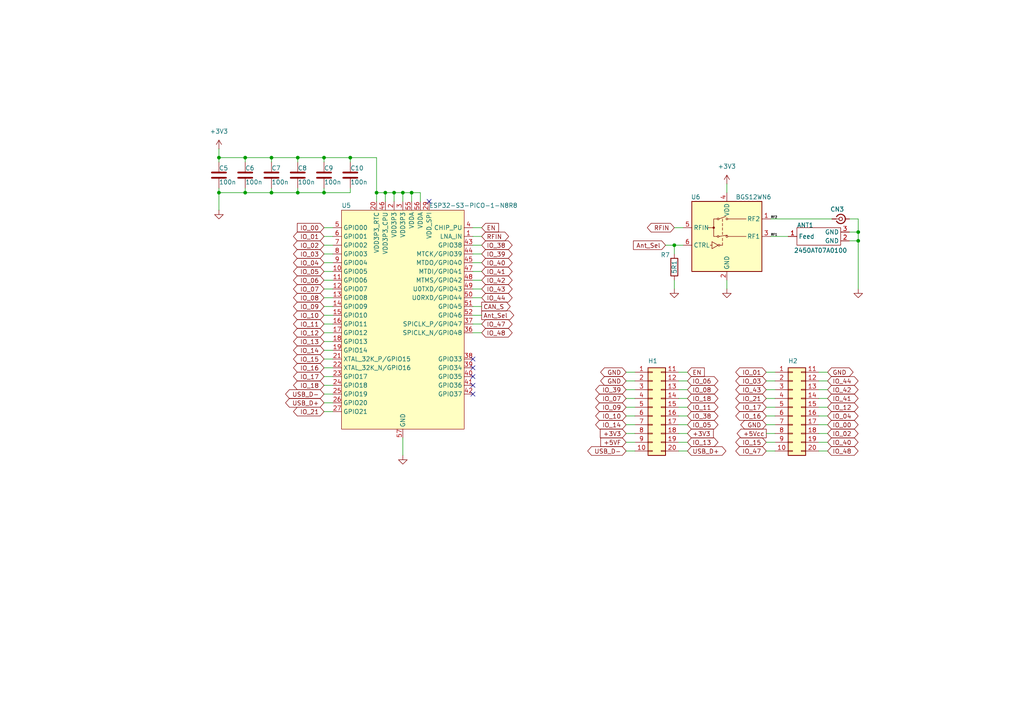
<source format=kicad_sch>
(kicad_sch (version 20250114) (generator "eeschema") (generator_version "9.0")
  (paper "A4")
  (lib_symbols
    (symbol "Conn_02x10_Top_Bottom_MountingPin_1" (pin_names (offset 0) (hide yes))
      (property "Reference" "H2" (at -2.54 13.97 0))
      (symbol "Conn_02x10_Top_Bottom_MountingPin_1_1_1"
        (rectangle (start -2.54 12.7) (end 2.54 -12.7) (stroke (width 0.254)) (fill (type background)))
        (rectangle (start -2.54 11.557) (end -1.27 11.303) (stroke (width 0.1524)))
        (rectangle (start -2.54 9.017) (end -1.27 8.763) (stroke (width 0.1524)))
        (rectangle (start -2.54 6.477) (end -1.27 6.223) (stroke (width 0.1524)))
        (rectangle (start -2.54 3.937) (end -1.27 3.683) (stroke (width 0.1524)))
        (rectangle (start -2.54 1.397) (end -1.27 1.143) (stroke (width 0.1524)))
        (rectangle (start -2.54 -1.143) (end -1.27 -1.397) (stroke (width 0.1524)))
        (rectangle (start -2.54 -3.683) (end -1.27 -3.937) (stroke (width 0.1524)))
        (rectangle (start -2.54 -6.223) (end -1.27 -6.477) (stroke (width 0.1524)))
        (rectangle (start -2.54 -8.763) (end -1.27 -9.017) (stroke (width 0.1524)))
        (rectangle (start -2.54 -11.303) (end -1.27 -11.557) (stroke (width 0.1524)))
        (rectangle (start 2.54 11.557) (end 1.27 11.303) (stroke (width 0.1524)))
        (rectangle (start 2.54 9.017) (end 1.27 8.763) (stroke (width 0.1524)))
        (rectangle (start 2.54 6.477) (end 1.27 6.223) (stroke (width 0.1524)))
        (rectangle (start 2.54 3.937) (end 1.27 3.683) (stroke (width 0.1524)))
        (rectangle (start 2.54 1.397) (end 1.27 1.143) (stroke (width 0.1524)))
        (rectangle (start 2.54 -1.143) (end 1.27 -1.397) (stroke (width 0.1524)))
        (rectangle (start 2.54 -3.683) (end 1.27 -3.937) (stroke (width 0.1524)))
        (rectangle (start 2.54 -6.223) (end 1.27 -6.477) (stroke (width 0.1524)))
        (rectangle (start 2.54 -8.763) (end 1.27 -9.017) (stroke (width 0.1524)))
        (rectangle (start 2.54 -11.303) (end 1.27 -11.557) (stroke (width 0.1524)))
        (pin passive line (at -6.35 11.43 0) (length 3.81) (name "Pin_1") (number "1"))
        (pin passive line (at -6.35 8.89 0) (length 3.81) (name "Pin_2") (number "2"))
        (pin passive line (at -6.35 6.35 0) (length 3.81) (name "Pin_3") (number "3"))
        (pin passive line (at -6.35 3.81 0) (length 3.81) (name "Pin_4") (number "4"))
        (pin passive line (at -6.35 1.27 0) (length 3.81) (name "Pin_5") (number "5"))
        (pin passive line (at -6.35 -1.27 0) (length 3.81) (name "Pin_6") (number "6"))
        (pin power_out line (at -6.35 -3.81 0) (length 3.81) (name "Pin_7") (number "7"))
        (pin power_out line (at -6.35 -6.35 0) (length 3.81) (name "Pin_8") (number "8"))
        (pin passive line (at -6.35 -8.89 0) (length 3.81) (name "Pin_9") (number "9"))
        (pin passive line (at -6.35 -11.43 0) (length 3.81) (name "Pin_10") (number "10"))
        (pin passive line (at 6.35 11.43 180) (length 3.81) (name "Pin_11") (number "11"))
        (pin passive line (at 6.35 8.89 180) (length 3.81) (name "Pin_12") (number "12"))
        (pin passive line (at 6.35 6.35 180) (length 3.81) (name "Pin_13") (number "13"))
        (pin passive line (at 6.35 3.81 180) (length 3.81) (name "Pin_14") (number "14"))
        (pin passive line (at 6.35 1.27 180) (length 3.81) (name "Pin_15") (number "15"))
        (pin passive line (at 6.35 -1.27 180) (length 3.81) (name "Pin_16") (number "16"))
        (pin passive line (at 6.35 -3.81 180) (length 3.81) (name "Pin_17") (number "17"))
        (pin passive line (at 6.35 -6.35 180) (length 3.81) (name "Pin_18") (number "18"))
        (pin passive line (at 6.35 -8.89 180) (length 3.81) (name "Pin_19") (number "19"))
        (pin passive line (at 6.35 -11.43 180) (length 3.81) (name "Pin_20") (number "20"))
      )
    )
    (symbol "Connector:Conn_Coaxial_Small" (pin_numbers (hide yes)) (pin_names (offset 1.016) (hide yes))
      (property "Reference" "J" (at 0.254 3.048 0))
      (property "Value" "Conn_Coaxial_Small" (at 0 -3.81 0))
      (symbol "Conn_Coaxial_Small_0_1"
        (polyline (pts (xy -2.54 0) (xy -0.508 0)))
        (circle (center 0 0) (radius 0.508) (stroke (width 0.2032)))
      )
      (symbol "Conn_Coaxial_Small_1_1"
        (arc (start 1.3484 0.0039) (mid 0.327 -1.308) (end -1.1916 -0.6311) (stroke (width 0.3048)))
        (arc (start -1.1916 0.6311) (mid 0.327 1.3081) (end 1.3484 -0.0039) (stroke (width 0.3048)))
        (pin passive line (at -2.54 0 0) (length 1.27) (name "In") (number "1"))
        (pin passive line (at 2.54 0 180) (length 1.27) (name "Ext") (number "2"))
      )
    )
    (symbol "Device:C" (pin_numbers (hide yes)) (pin_names (offset 0.254))
      (property "Reference" "C" (at 0.635 2.54 0))
      (property "Value" "C" (at 0.635 -2.54 0))
      (symbol "C_0_1"
        (polyline (pts (xy -2.032 0.762) (xy 2.032 0.762)) (stroke (width 0.508)))
        (polyline (pts (xy -2.032 -0.762) (xy 2.032 -0.762)) (stroke (width 0.508)))
      )
      (symbol "C_1_1"
        (pin passive line (at 0 3.81 270) (length 2.794) (name "~") (number "1"))
        (pin passive line (at 0 -3.81 90) (length 2.794) (name "~") (number "2"))
      )
    )
    (symbol "Device:R" (pin_numbers (hide yes)) (pin_names (offset 0))
      (property "Reference" "R" (at 2.032 0 90))
      (property "Value" "R" (at 0 0 90))
      (symbol "R_0_1"
        (rectangle (start -1.016 -2.54) (end 1.016 2.54) (stroke (width 0.254)))
      )
      (symbol "R_1_1"
        (pin passive line (at 0 3.81 270) (length 1.27) (name "~") (number "1"))
        (pin passive line (at 0 -3.81 90) (length 1.27) (name "~") (number "2"))
      )
    )
    (symbol "PersonalSchematicSymbolLibrary:2450AT07A0100"
      (property "Reference" "ANT1" (at 0 0 0))
      (property "Value" "2450AT07A0100" (at 6.858 -6.604 0))
      (symbol "2450AT07A0100_0_0"
        (pin bidirectional line (at -2.54 -2.54 0) (length 2.54) (name "Feed") (number "1"))
      )
      (symbol "2450AT07A0100_0_1"
        (rectangle (start 0 0) (end 12.7 -5.08))
      )
      (symbol "2450AT07A0100_1_0"
        (pin bidirectional line (at -2.54 -2.54 0) (length 2.54) (hide yes) (name "Feed") (number "4"))
        (pin power_in line (at 15.24 -1.27 180) (length 2.54) (name "GND") (number "3"))
        (pin power_in line (at 15.24 -3.81 180) (length 2.54) (name "GND") (number "2"))
      )
    )
    (symbol "PersonalSchematicSymbolLibrary:Conn_02x10_Top_Bottom_MountingPin" (pin_names (offset 0) (hide yes))
      (property "Reference" "H" (at 0 13.97 0))
      (symbol "Conn_02x10_Top_Bottom_MountingPin_1_1"
        (rectangle (start -2.54 12.7) (end 2.54 -12.7) (stroke (width 0.254)) (fill (type background)))
        (rectangle (start -2.54 11.557) (end -1.27 11.303) (stroke (width 0.1524)))
        (rectangle (start -2.54 9.017) (end -1.27 8.763) (stroke (width 0.1524)))
        (rectangle (start -2.54 6.477) (end -1.27 6.223) (stroke (width 0.1524)))
        (rectangle (start -2.54 3.937) (end -1.27 3.683) (stroke (width 0.1524)))
        (rectangle (start -2.54 1.397) (end -1.27 1.143) (stroke (width 0.1524)))
        (rectangle (start -2.54 -1.143) (end -1.27 -1.397) (stroke (width 0.1524)))
        (rectangle (start -2.54 -3.683) (end -1.27 -3.937) (stroke (width 0.1524)))
        (rectangle (start -2.54 -6.223) (end -1.27 -6.477) (stroke (width 0.1524)))
        (rectangle (start -2.54 -8.763) (end -1.27 -9.017) (stroke (width 0.1524)))
        (rectangle (start -2.54 -11.303) (end -1.27 -11.557) (stroke (width 0.1524)))
        (rectangle (start 2.54 11.557) (end 1.27 11.303) (stroke (width 0.1524)))
        (rectangle (start 2.54 9.017) (end 1.27 8.763) (stroke (width 0.1524)))
        (rectangle (start 2.54 6.477) (end 1.27 6.223) (stroke (width 0.1524)))
        (rectangle (start 2.54 3.937) (end 1.27 3.683) (stroke (width 0.1524)))
        (rectangle (start 2.54 1.397) (end 1.27 1.143) (stroke (width 0.1524)))
        (rectangle (start 2.54 -1.143) (end 1.27 -1.397) (stroke (width 0.1524)))
        (rectangle (start 2.54 -3.683) (end 1.27 -3.937) (stroke (width 0.1524)))
        (rectangle (start 2.54 -6.223) (end 1.27 -6.477) (stroke (width 0.1524)))
        (rectangle (start 2.54 -8.763) (end 1.27 -9.017) (stroke (width 0.1524)))
        (rectangle (start 2.54 -11.303) (end 1.27 -11.557) (stroke (width 0.1524)))
        (pin passive line (at -6.35 11.43 0) (length 3.81) (name "Pin_1") (number "1"))
        (pin passive line (at -6.35 8.89 0) (length 3.81) (name "Pin_2") (number "2"))
        (pin passive line (at -6.35 6.35 0) (length 3.81) (name "Pin_3") (number "3"))
        (pin passive line (at -6.35 3.81 0) (length 3.81) (name "Pin_4") (number "4"))
        (pin passive line (at -6.35 1.27 0) (length 3.81) (name "Pin_5") (number "5"))
        (pin passive line (at -6.35 -1.27 0) (length 3.81) (name "Pin_6") (number "6"))
        (pin passive line (at -6.35 -3.81 0) (length 3.81) (name "Pin_7") (number "7"))
        (pin passive line (at -6.35 -6.35 0) (length 3.81) (name "Pin_8") (number "8"))
        (pin passive line (at -6.35 -8.89 0) (length 3.81) (name "Pin_9") (number "9"))
        (pin passive line (at -6.35 -11.43 0) (length 3.81) (name "Pin_10") (number "10"))
        (pin passive line (at 6.35 11.43 180) (length 3.81) (name "Pin_11") (number "11"))
        (pin passive line (at 6.35 8.89 180) (length 3.81) (name "Pin_12") (number "12"))
        (pin passive line (at 6.35 6.35 180) (length 3.81) (name "Pin_13") (number "13"))
        (pin passive line (at 6.35 3.81 180) (length 3.81) (name "Pin_14") (number "14"))
        (pin passive line (at 6.35 1.27 180) (length 3.81) (name "Pin_15") (number "15"))
        (pin passive line (at 6.35 -1.27 180) (length 3.81) (name "Pin_16") (number "16"))
        (pin passive line (at 6.35 -3.81 180) (length 3.81) (name "Pin_17") (number "17"))
        (pin passive line (at 6.35 -6.35 180) (length 3.81) (name "Pin_18") (number "18"))
        (pin passive line (at 6.35 -8.89 180) (length 3.81) (name "Pin_19") (number "19"))
        (pin passive line (at 6.35 -11.43 180) (length 3.81) (name "Pin_20") (number "20"))
      )
    )
    (symbol "PersonalSchematicSymbolLibrary:ESP32-S3-PICO-1-N8R2"
      (property "Reference" "U5" (at 0 0.635 0))
      (property "Value" "ESP32-S3-PICO-1-N8R8" (at 25.4 0.635 0))
      (symbol "ESP32-S3-PICO-1-N8R2_0_0"
        (pin bidirectional line (at -2.54 -5.08 0) (length 2.54) (name "GPIO00") (number "5"))
        (pin bidirectional line (at -2.54 -7.62 0) (length 2.54) (name "GPIO01") (number "6"))
        (pin bidirectional line (at -2.54 -10.16 0) (length 2.54) (name "GPIO02") (number "7"))
        (pin bidirectional line (at -2.54 -12.7 0) (length 2.54) (name "GPIO03") (number "8"))
        (pin bidirectional line (at -2.54 -15.24 0) (length 2.54) (name "GPIO04") (number "9"))
        (pin bidirectional line (at -2.54 -17.78 0) (length 2.54) (name "GPIO05") (number "10"))
        (pin bidirectional line (at -2.54 -20.32 0) (length 2.54) (name "GPIO06") (number "11"))
        (pin bidirectional line (at -2.54 -22.86 0) (length 2.54) (name "GPIO07") (number "12"))
        (pin bidirectional line (at -2.54 -25.4 0) (length 2.54) (name "GPIO08") (number "13"))
        (pin bidirectional line (at -2.54 -27.94 0) (length 2.54) (name "GPIO09") (number "14"))
        (pin bidirectional line (at -2.54 -30.48 0) (length 2.54) (name "GPIO10") (number "15"))
        (pin bidirectional line (at -2.54 -33.02 0) (length 2.54) (name "GPIO11") (number "16"))
        (pin bidirectional line (at -2.54 -35.56 0) (length 2.54) (name "GPIO12") (number "17"))
        (pin bidirectional line (at -2.54 -38.1 0) (length 2.54) (name "GPIO13") (number "18"))
        (pin bidirectional line (at -2.54 -40.64 0) (length 2.54) (name "GPIO14") (number "19"))
        (pin bidirectional line (at -2.54 -43.18 0) (length 2.54) (name "XTAL_32K_P/GPIO15") (number "21"))
        (pin bidirectional line (at -2.54 -45.72 0) (length 2.54) (name "XTAL_32K_N/GPIO16") (number "22"))
        (pin bidirectional line (at -2.54 -48.26 0) (length 2.54) (name "GPIO17") (number "23"))
        (pin bidirectional line (at -2.54 -50.8 0) (length 2.54) (name "GPIO18") (number "24"))
        (pin bidirectional line (at -2.54 -53.34 0) (length 2.54) (name "GPIO19") (number "25"))
        (pin bidirectional line (at -2.54 -55.88 0) (length 2.54) (name "GPIO20") (number "26"))
        (pin bidirectional line (at -2.54 -58.42 0) (length 2.54) (name "GPIO21") (number "27"))
        (pin power_in line (at 10.16 2.54 270) (length 2.54) (name "VDD3P3_RTC") (number "20"))
        (pin power_in line (at 12.7 2.54 270) (length 2.54) (name "VDD3P3_CPU") (number "46"))
        (pin power_in line (at 15.24 2.54 270) (length 2.54) (name "VDD3P3") (number "2"))
        (pin power_in line (at 17.78 -66.04 90) (length 2.54) (name "GND") (number "57"))
        (pin power_in line (at 22.86 2.54 270) (length 2.54) (name "VDDA") (number "56"))
        (pin power_out line (at 25.4 2.54 270) (length 2.54) (name "VDD_SPI") (number "29"))
        (pin input line (at 38.1 -5.08 180) (length 2.54) (name "CHIP_PU") (number "4"))
        (pin bidirectional line (at 38.1 -7.62 180) (length 2.54) (name "LNA_IN") (number "1"))
      )
      (symbol "ESP32-S3-PICO-1-N8R2_1_0"
        (pin power_in line (at 17.78 2.54 270) (length 2.54) (name "VDD3P3") (number "3"))
        (pin power_in line (at 20.32 2.54 270) (length 2.54) (name "VDDA") (number "55"))
        (pin no_connect line (at 20.32 -66.04 90) (length 2.54) (hide yes) (name "NC") (number "30"))
        (pin no_connect line (at 22.86 -66.04 90) (length 2.54) (hide yes) (name "NC") (number "31"))
        (pin no_connect line (at 25.4 -66.04 90) (length 2.54) (hide yes) (name "NC") (number "32"))
        (pin no_connect line (at 27.94 -66.04 90) (length 2.54) (hide yes) (name "NC") (number "33"))
        (pin no_connect line (at 30.48 -66.04 90) (length 2.54) (hide yes) (name "NC") (number "34"))
        (pin no_connect line (at 33.02 -66.04 90) (length 2.54) (hide yes) (name "NC") (number "35"))
        (pin bidirectional line (at 38.1 -10.16 180) (length 2.54) (name "GPIO38") (number "43"))
        (pin bidirectional line (at 38.1 -12.7 180) (length 2.54) (name "MTCK/GPIO39") (number "44"))
        (pin bidirectional line (at 38.1 -15.24 180) (length 2.54) (name "MTDO/GPIO40") (number "45"))
        (pin bidirectional line (at 38.1 -17.78 180) (length 2.54) (name "MTDI/GPIO41") (number "47"))
        (pin bidirectional line (at 38.1 -20.32 180) (length 2.54) (name "MTMS/GPIO42") (number "48"))
        (pin bidirectional line (at 38.1 -22.86 180) (length 2.54) (name "U0TXD/GPIO43") (number "49"))
        (pin bidirectional line (at 38.1 -25.4 180) (length 2.54) (name "U0RXD/GPIO44") (number "50"))
        (pin bidirectional line (at 38.1 -27.94 180) (length 2.54) (name "GPIO45") (number "51"))
        (pin bidirectional line (at 38.1 -30.48 180) (length 2.54) (name "GPIO46") (number "52"))
        (pin bidirectional line (at 38.1 -33.02 180) (length 2.54) (name "SPICLK_P/GPIO47") (number "37"))
        (pin bidirectional line (at 38.1 -35.56 180) (length 2.54) (name "SPICLK_N/GPIO48") (number "36"))
        (pin no_connect line (at 38.1 -40.64 180) (length 2.54) (hide yes) (name "SPICS1/GPIO26") (number "28"))
        (pin bidirectional line (at 38.1 -43.18 180) (length 2.54) (name "GPIO33") (number "38"))
        (pin bidirectional line (at 38.1 -45.72 180) (length 2.54) (name "GPIO34") (number "39"))
        (pin bidirectional line (at 38.1 -48.26 180) (length 2.54) (name "GPIO35") (number "40"))
        (pin bidirectional line (at 38.1 -50.8 180) (length 2.54) (name "GPIO36") (number "41"))
        (pin bidirectional line (at 38.1 -53.34 180) (length 2.54) (name "GPIO37") (number "42"))
        (pin no_connect line (at 38.1 -55.88 180) (length 2.54) (hide yes) (name "NC") (number "54"))
        (pin no_connect line (at 38.1 -58.42 180) (length 2.54) (hide yes) (name "NC") (number "53"))
      )
      (symbol "ESP32-S3-PICO-1-N8R2_1_1"
        (rectangle (start 0 0) (end 35.56 -63.5) (fill (type background)))
      )
    )
    (symbol "RF_Switch:BGS12WN6E6327"
      (property "Reference" "U6" (at -10.414 11.43 0))
      (property "Value" "BGS12WN6E6327" (at 2.54 11.43 0))
      (symbol "BGS12WN6E6327_0_0"
        (rectangle (start -10.16 10.16) (end 10.16 -10.16) (stroke (width 0.254)) (fill (type background)))
        (polyline (pts (xy -4.318 -1.524) (xy -4.318 -3.556) (xy -2.54 -2.54) (xy -4.318 -1.524)))
        (polyline (pts (xy -4.318 -2.54) (xy -4.826 -2.54)))
        (circle (center -3.81 2.54) (radius 0.254) (fill (type outline)))
        (polyline (pts (xy -3.81 2.54) (xy -5.588 2.54)))
        (polyline (pts (xy -2.794 0) (xy -3.81 0) (xy -3.81 5.08) (xy -2.794 5.08)))
        (circle (center -2.286 -2.54) (radius 0.254))
        (polyline (pts (xy -1.27 5.08) (xy -1.27 4.318)))
        (polyline (pts (xy -1.27 3.81) (xy -1.27 3.048)))
        (polyline (pts (xy -1.27 2.54) (xy -1.27 1.778)))
        (polyline (pts (xy -1.27 1.27) (xy -1.27 0.508)))
        (polyline (pts (xy -1.27 -1.27) (xy -1.27 -0.508)))
        (polyline (pts (xy -1.27 -2.54) (xy -2.032 -2.54)))
        (polyline (pts (xy -1.27 -2.54) (xy -1.27 -1.778)))
        (polyline (pts (xy 0.254 5.08) (xy 5.588 5.08)))
        (polyline (pts (xy 0.254 0) (xy 5.588 0)))
      )
      (symbol "BGS12WN6E6327_0_1"
        (circle (center -2.54 5.08) (radius 0.254))
        (circle (center -2.54 0) (radius 0.254))
        (polyline (pts (xy -2.286 5.08) (xy -0.254 5.842)))
        (polyline (pts (xy -2.286 0) (xy 0.127 0.381)))
        (circle (center 0 5.08) (radius 0.254))
        (circle (center 0 0) (radius 0.254))
      )
      (symbol "BGS12WN6E6327_1_1"
        (pin passive line (at -12.7 2.54 0) (length 2.54) (name "RFIN") (number "5"))
        (pin input line (at -12.7 -2.54 0) (length 2.54) (name "CTRL") (number "6"))
        (pin power_in line (at 0 12.7 270) (length 2.54) (name "VDD") (number "4"))
        (pin power_in line (at 0 -12.7 90) (length 2.54) (name "GND") (number "2"))
        (pin passive line (at 12.7 5.08 180) (length 2.54) (name "RF2") (number "1"))
        (pin passive line (at 12.7 0 180) (length 2.54) (name "RF1") (number "3"))
      )
    )
    (symbol "power:+3V3" (power) (pin_numbers (hide yes)) (pin_names (offset 0) (hide yes))
      (property "Value" "+3V3" (at 0 3.556 0))
      (symbol "+3V3_0_1"
        (polyline (pts (xy -0.762 1.27) (xy 0 2.54)))
        (polyline (pts (xy 0 2.54) (xy 0.762 1.27)))
        (polyline (pts (xy 0 0) (xy 0 2.54)))
      )
      (symbol "+3V3_1_1"
        (pin power_in line (at 0 0 90) (length 0) (name "~") (number "1"))
      )
    )
    (symbol "power:GND" (power) (pin_numbers (hide yes)) (pin_names (offset 0) (hide yes))
      (property "Value" "GND" (at 0 -3.81 0))
      (symbol "GND_0_1"
        (polyline (pts (xy 0 0) (xy 0 -1.27) (xy 1.27 -1.27) (xy 0 -2.54) (xy -1.27 -1.27) (xy 0 -1.27)))
      )
      (symbol "GND_1_1"
        (pin power_in line (at 0 0 270) (length 0) (name "~") (number "1"))
      )
    )
  )
  (junction (at 116.84 55.88))
  (junction (at 93.98 55.88))
  (junction (at 101.6 45.72))
  (junction (at 78.74 55.88))
  (junction (at 248.92 67.31))
  (junction (at 63.5 55.88))
  (junction (at 119.38 55.88))
  (junction (at 71.12 45.72))
  (junction (at 114.3 55.88))
  (junction (at 248.92 69.85))
  (junction (at 63.5 45.72))
  (junction (at 86.36 45.72))
  (junction (at 111.76 55.88))
  (junction (at 109.22 55.88))
  (junction (at 93.98 45.72))
  (junction (at 86.36 55.88))
  (junction (at 195.58 71.12))
  (junction (at 78.74 45.72))
  (junction (at 71.12 55.88))
  (no_connect (at 137.16 111.76))
  (no_connect (at 124.46 58.42))
  (no_connect (at 137.16 114.3))
  (no_connect (at 137.16 104.14))
  (no_connect (at 137.16 106.68))
  (no_connect (at 137.16 109.22))
  (wire (pts (xy 101.6 45.72) (xy 101.6 46.99)))
  (wire (pts (xy 78.74 45.72) (xy 71.12 45.72)))
  (wire (pts (xy 222.25 125.73) (xy 224.79 125.73)))
  (wire (pts (xy 63.5 45.72) (xy 63.5 46.99)))
  (wire (pts (xy 116.84 58.42) (xy 116.84 55.88)))
  (wire (pts (xy 222.25 107.95) (xy 224.79 107.95)))
  (wire (pts (xy 237.49 128.27) (xy 240.03 128.27)))
  (wire (pts (xy 137.16 86.36) (xy 139.7 86.36)))
  (wire (pts (xy 181.61 125.73) (xy 184.15 125.73)))
  (wire (pts (xy 93.98 111.76) (xy 96.52 111.76)))
  (wire (pts (xy 246.38 67.31) (xy 248.92 67.31)))
  (wire (pts (xy 86.36 45.72) (xy 78.74 45.72)))
  (wire (pts (xy 63.5 54.61) (xy 63.5 55.88)))
  (wire (pts (xy 181.61 107.95) (xy 184.15 107.95)))
  (wire (pts (xy 116.84 127) (xy 116.84 132.08)))
  (wire (pts (xy 196.85 120.65) (xy 199.39 120.65)))
  (wire (pts (xy 93.98 116.84) (xy 96.52 116.84)))
  (wire (pts (xy 71.12 45.72) (xy 71.12 46.99)))
  (wire (pts (xy 181.61 130.81) (xy 184.15 130.81)))
  (wire (pts (xy 93.98 101.6) (xy 96.52 101.6)))
  (wire (pts (xy 195.58 71.12) (xy 195.58 73.66)))
  (wire (pts (xy 93.98 55.88) (xy 86.36 55.88)))
  (wire (pts (xy 93.98 71.12) (xy 96.52 71.12)))
  (wire (pts (xy 114.3 58.42) (xy 114.3 55.88)))
  (wire (pts (xy 137.16 68.58) (xy 139.7 68.58)))
  (wire (pts (xy 86.36 45.72) (xy 86.36 46.99)))
  (wire (pts (xy 248.92 69.85) (xy 248.92 83.82)))
  (wire (pts (xy 137.16 93.98) (xy 139.7 93.98)))
  (wire (pts (xy 111.76 55.88) (xy 109.22 55.88)))
  (wire (pts (xy 196.85 110.49) (xy 199.39 110.49)))
  (wire (pts (xy 93.98 76.2) (xy 96.52 76.2)))
  (wire (pts (xy 93.98 45.72) (xy 101.6 45.72)))
  (wire (pts (xy 181.61 115.57) (xy 184.15 115.57)))
  (wire (pts (xy 86.36 55.88) (xy 78.74 55.88)))
  (wire (pts (xy 181.61 118.11) (xy 184.15 118.11)))
  (wire (pts (xy 223.52 63.5) (xy 241.3 63.5)))
  (wire (pts (xy 248.92 67.31) (xy 248.92 69.85)))
  (wire (pts (xy 195.58 71.12) (xy 198.12 71.12)))
  (wire (pts (xy 93.98 106.68) (xy 96.52 106.68)))
  (wire (pts (xy 137.16 88.9) (xy 139.7 88.9)))
  (wire (pts (xy 93.98 93.98) (xy 96.52 93.98)))
  (wire (pts (xy 93.98 81.28) (xy 96.52 81.28)))
  (wire (pts (xy 109.22 55.88) (xy 109.22 45.72)))
  (wire (pts (xy 181.61 120.65) (xy 184.15 120.65)))
  (wire (pts (xy 78.74 45.72) (xy 78.74 46.99)))
  (wire (pts (xy 121.92 58.42) (xy 121.92 55.88)))
  (wire (pts (xy 196.85 123.19) (xy 199.39 123.19)))
  (wire (pts (xy 222.25 115.57) (xy 224.79 115.57)))
  (wire (pts (xy 63.5 43.18) (xy 63.5 45.72)))
  (wire (pts (xy 93.98 83.82) (xy 96.52 83.82)))
  (wire (pts (xy 116.84 55.88) (xy 114.3 55.88)))
  (wire (pts (xy 137.16 83.82) (xy 139.7 83.82)))
  (wire (pts (xy 181.61 110.49) (xy 184.15 110.49)))
  (wire (pts (xy 93.98 99.06) (xy 96.52 99.06)))
  (wire (pts (xy 195.58 66.04) (xy 198.12 66.04)))
  (wire (pts (xy 196.85 130.81) (xy 199.39 130.81)))
  (wire (pts (xy 246.38 69.85) (xy 248.92 69.85)))
  (wire (pts (xy 93.98 109.22) (xy 96.52 109.22)))
  (wire (pts (xy 237.49 107.95) (xy 240.03 107.95)))
  (wire (pts (xy 137.16 78.74) (xy 139.7 78.74)))
  (wire (pts (xy 101.6 55.88) (xy 93.98 55.88)))
  (wire (pts (xy 93.98 68.58) (xy 96.52 68.58)))
  (wire (pts (xy 93.98 91.44) (xy 96.52 91.44)))
  (wire (pts (xy 86.36 54.61) (xy 86.36 55.88)))
  (wire (pts (xy 63.5 55.88) (xy 63.5 60.96)))
  (wire (pts (xy 222.25 118.11) (xy 224.79 118.11)))
  (wire (pts (xy 222.25 113.03) (xy 224.79 113.03)))
  (wire (pts (xy 119.38 55.88) (xy 116.84 55.88)))
  (wire (pts (xy 63.5 45.72) (xy 71.12 45.72)))
  (wire (pts (xy 237.49 123.19) (xy 240.03 123.19)))
  (wire (pts (xy 93.98 104.14) (xy 96.52 104.14)))
  (wire (pts (xy 93.98 45.72) (xy 86.36 45.72)))
  (wire (pts (xy 93.98 88.9) (xy 96.52 88.9)))
  (wire (pts (xy 119.38 58.42) (xy 119.38 55.88)))
  (wire (pts (xy 93.98 119.38) (xy 96.52 119.38)))
  (wire (pts (xy 210.82 53.34) (xy 210.82 55.88)))
  (wire (pts (xy 237.49 125.73) (xy 240.03 125.73)))
  (wire (pts (xy 237.49 130.81) (xy 240.03 130.81)))
  (wire (pts (xy 93.98 54.61) (xy 93.98 55.88)))
  (wire (pts (xy 93.98 86.36) (xy 96.52 86.36)))
  (wire (pts (xy 139.7 71.12) (xy 137.16 71.12)))
  (wire (pts (xy 137.16 96.52) (xy 139.7 96.52)))
  (wire (pts (xy 121.92 55.88) (xy 119.38 55.88)))
  (wire (pts (xy 222.25 130.81) (xy 224.79 130.81)))
  (wire (pts (xy 196.85 128.27) (xy 199.39 128.27)))
  (wire (pts (xy 248.92 63.5) (xy 248.92 67.31)))
  (wire (pts (xy 181.61 123.19) (xy 184.15 123.19)))
  (wire (pts (xy 111.76 58.42) (xy 111.76 55.88)))
  (wire (pts (xy 137.16 73.66) (xy 139.7 73.66)))
  (wire (pts (xy 222.25 128.27) (xy 224.79 128.27)))
  (wire (pts (xy 196.85 113.03) (xy 199.39 113.03)))
  (wire (pts (xy 246.38 63.5) (xy 248.92 63.5)))
  (wire (pts (xy 93.98 96.52) (xy 96.52 96.52)))
  (wire (pts (xy 114.3 55.88) (xy 111.76 55.88)))
  (wire (pts (xy 193.04 71.12) (xy 195.58 71.12)))
  (wire (pts (xy 109.22 58.42) (xy 109.22 55.88)))
  (wire (pts (xy 181.61 128.27) (xy 184.15 128.27)))
  (wire (pts (xy 222.25 123.19) (xy 224.79 123.19)))
  (wire (pts (xy 196.85 125.73) (xy 199.39 125.73)))
  (wire (pts (xy 101.6 45.72) (xy 109.22 45.72)))
  (wire (pts (xy 222.25 110.49) (xy 224.79 110.49)))
  (wire (pts (xy 196.85 115.57) (xy 199.39 115.57)))
  (wire (pts (xy 93.98 45.72) (xy 93.98 46.99)))
  (wire (pts (xy 137.16 66.04) (xy 139.7 66.04)))
  (wire (pts (xy 78.74 54.61) (xy 78.74 55.88)))
  (wire (pts (xy 222.25 120.65) (xy 224.79 120.65)))
  (wire (pts (xy 71.12 55.88) (xy 63.5 55.88)))
  (wire (pts (xy 210.82 81.28) (xy 210.82 83.82)))
  (wire (pts (xy 196.85 118.11) (xy 199.39 118.11)))
  (wire (pts (xy 237.49 118.11) (xy 240.03 118.11)))
  (wire (pts (xy 181.61 113.03) (xy 184.15 113.03)))
  (wire (pts (xy 137.16 81.28) (xy 139.7 81.28)))
  (wire (pts (xy 137.16 76.2) (xy 139.7 76.2)))
  (wire (pts (xy 93.98 73.66) (xy 96.52 73.66)))
  (wire (pts (xy 195.58 81.28) (xy 195.58 83.82)))
  (wire (pts (xy 237.49 115.57) (xy 240.03 115.57)))
  (wire (pts (xy 93.98 114.3) (xy 96.52 114.3)))
  (wire (pts (xy 101.6 54.61) (xy 101.6 55.88)))
  (wire (pts (xy 237.49 120.65) (xy 240.03 120.65)))
  (wire (pts (xy 237.49 110.49) (xy 240.03 110.49)))
  (wire (pts (xy 137.16 91.44) (xy 139.7 91.44)))
  (wire (pts (xy 93.98 78.74) (xy 96.52 78.74)))
  (wire (pts (xy 237.49 113.03) (xy 240.03 113.03)))
  (wire (pts (xy 78.74 55.88) (xy 71.12 55.88)))
  (wire (pts (xy 71.12 54.61) (xy 71.12 55.88)))
  (wire (pts (xy 196.85 107.95) (xy 199.39 107.95)))
  (wire (pts (xy 223.52 68.58) (xy 228.6 68.58)))
  (wire (pts (xy 93.98 66.04) (xy 96.52 66.04)))
  (label "RF1" (at 223.52 68.58 0) (effects (font (size 0.635 0.635))))
  (label "RF2" (at 223.52 63.5 0) (effects (font (size 0.635 0.635))))
  (global_label "IO_41" (shape bidirectional) (at 139.7 78.74 0) (property "Intersheetrefs" "${INTERSHEET_REFS}" (effects (hide yes))))
  (global_label "USB_D+" (shape bidirectional) (at 199.39 130.81 0) (property "Intersheetrefs" "${INTERSHEET_REFS}" (effects (hide yes))))
  (global_label "IO_00" (shape bidirectional) (at 240.03 123.19 0) (property "Intersheetrefs" "${INTERSHEET_REFS}" (effects (hide yes))))
  (global_label "IO_10" (shape bidirectional) (at 181.61 120.65 180) (property "Intersheetrefs" "${INTERSHEET_REFS}" (effects (hide yes))))
  (global_label "IO_42" (shape bidirectional) (at 139.7 81.28 0) (property "Intersheetrefs" "${INTERSHEET_REFS}" (effects (hide yes))))
  (global_label "IO_48" (shape bidirectional) (at 240.03 130.81 0) (property "Intersheetrefs" "${INTERSHEET_REFS}" (effects (hide yes))))
  (global_label "IO_43" (shape bidirectional) (at 222.25 113.03 180) (property "Intersheetrefs" "${INTERSHEET_REFS}" (effects (hide yes))))
  (global_label "GND" (shape bidirectional) (at 222.25 123.19 180) (property "Intersheetrefs" "${INTERSHEET_REFS}" (effects (hide yes))))
  (global_label "IO_18" (shape bidirectional) (at 199.39 115.57 0) (property "Intersheetrefs" "${INTERSHEET_REFS}" (effects (hide yes))))
  (global_label "IO_05" (shape bidirectional) (at 93.98 78.74 180) (property "Intersheetrefs" "${INTERSHEET_REFS}" (effects (hide yes))))
  (global_label "IO_17" (shape bidirectional) (at 222.25 118.11 180) (property "Intersheetrefs" "${INTERSHEET_REFS}" (effects (hide yes))))
  (global_label "Ant_Sel" (shape input) (at 193.04 71.12 180) (property "Intersheetrefs" "${INTERSHEET_REFS}" (effects (hide yes))))
  (global_label "RFIN" (shape bidirectional) (at 139.7 68.58 0) (property "Intersheetrefs" "${INTERSHEET_REFS}" (effects (hide yes))))
  (global_label "+3V3" (shape input) (at 181.61 125.73 180) (property "Intersheetrefs" "${INTERSHEET_REFS}" (effects (hide yes))))
  (global_label "IO_13" (shape bidirectional) (at 199.39 128.27 0) (property "Intersheetrefs" "${INTERSHEET_REFS}" (effects (hide yes))))
  (global_label "IO_08" (shape bidirectional) (at 93.98 86.36 180) (property "Intersheetrefs" "${INTERSHEET_REFS}" (effects (hide yes))))
  (global_label "IO_04" (shape bidirectional) (at 240.03 120.65 0) (property "Intersheetrefs" "${INTERSHEET_REFS}" (effects (hide yes))))
  (global_label "IO_06" (shape bidirectional) (at 93.98 81.28 180) (property "Intersheetrefs" "${INTERSHEET_REFS}" (effects (hide yes))))
  (global_label "USB_D-" (shape bidirectional) (at 181.61 130.81 180) (property "Intersheetrefs" "${INTERSHEET_REFS}" (effects (hide yes))))
  (global_label "IO_15" (shape bidirectional) (at 222.25 128.27 180) (property "Intersheetrefs" "${INTERSHEET_REFS}" (effects (hide yes))))
  (global_label "IO_38" (shape bidirectional) (at 139.7 71.12 0) (property "Intersheetrefs" "${INTERSHEET_REFS}" (effects (hide yes))))
  (global_label "IO_10" (shape bidirectional) (at 93.98 91.44 180) (property "Intersheetrefs" "${INTERSHEET_REFS}" (effects (hide yes))))
  (global_label "IO_39" (shape bidirectional) (at 139.7 73.66 0) (property "Intersheetrefs" "${INTERSHEET_REFS}" (effects (hide yes))))
  (global_label "EN" (shape input) (at 199.39 107.95 0) (property "Intersheetrefs" "${INTERSHEET_REFS}" (effects (hide yes))))
  (global_label "IO_09" (shape bidirectional) (at 93.98 88.9 180) (property "Intersheetrefs" "${INTERSHEET_REFS}" (effects (hide yes))))
  (global_label "+5VF" (shape input) (at 181.61 128.27 180) (property "Intersheetrefs" "${INTERSHEET_REFS}" (effects (hide yes))))
  (global_label "CAN_S" (shape output) (at 139.7 88.9 0) (property "Intersheetrefs" "${INTERSHEET_REFS}" (effects (hide yes))))
  (global_label "IO_03" (shape bidirectional) (at 93.98 73.66 180) (property "Intersheetrefs" "${INTERSHEET_REFS}" (effects (hide yes))))
  (global_label "IO_47" (shape bidirectional) (at 139.7 93.98 0) (property "Intersheetrefs" "${INTERSHEET_REFS}" (effects (hide yes))))
  (global_label "IO_12" (shape bidirectional) (at 93.98 96.52 180) (property "Intersheetrefs" "${INTERSHEET_REFS}" (effects (hide yes))))
  (global_label "IO_00" (shape input) (at 93.98 66.04 180) (property "Intersheetrefs" "${INTERSHEET_REFS}" (effects (hide yes))))
  (global_label "IO_42" (shape bidirectional) (at 240.03 113.03 0) (property "Intersheetrefs" "${INTERSHEET_REFS}" (effects (hide yes))))
  (global_label "IO_01" (shape bidirectional) (at 93.98 68.58 180) (property "Intersheetrefs" "${INTERSHEET_REFS}" (effects (hide yes))))
  (global_label "IO_48" (shape bidirectional) (at 139.7 96.52 0) (property "Intersheetrefs" "${INTERSHEET_REFS}" (effects (hide yes))))
  (global_label "IO_05" (shape bidirectional) (at 199.39 123.19 0) (property "Intersheetrefs" "${INTERSHEET_REFS}" (effects (hide yes))))
  (global_label "IO_07" (shape bidirectional) (at 93.98 83.82 180) (property "Intersheetrefs" "${INTERSHEET_REFS}" (effects (hide yes))))
  (global_label "RFIN" (shape bidirectional) (at 195.58 66.04 180) (property "Intersheetrefs" "${INTERSHEET_REFS}" (effects (hide yes))))
  (global_label "IO_43" (shape bidirectional) (at 139.7 83.82 0) (property "Intersheetrefs" "${INTERSHEET_REFS}" (effects (hide yes))))
  (global_label "IO_14" (shape bidirectional) (at 181.61 123.19 180) (property "Intersheetrefs" "${INTERSHEET_REFS}" (effects (hide yes))))
  (global_label "IO_04" (shape bidirectional) (at 93.98 76.2 180) (property "Intersheetrefs" "${INTERSHEET_REFS}" (effects (hide yes))))
  (global_label "IO_16" (shape bidirectional) (at 222.25 120.65 180) (property "Intersheetrefs" "${INTERSHEET_REFS}" (effects (hide yes))))
  (global_label "IO_08" (shape bidirectional) (at 199.39 113.03 0) (property "Intersheetrefs" "${INTERSHEET_REFS}" (effects (hide yes))))
  (global_label "IO_07" (shape bidirectional) (at 181.61 115.57 180) (property "Intersheetrefs" "${INTERSHEET_REFS}" (effects (hide yes))))
  (global_label "IO_02" (shape bidirectional) (at 240.03 125.73 0) (property "Intersheetrefs" "${INTERSHEET_REFS}" (effects (hide yes))))
  (global_label "IO_09" (shape bidirectional) (at 181.61 118.11 180) (property "Intersheetrefs" "${INTERSHEET_REFS}" (effects (hide yes))))
  (global_label "IO_21" (shape bidirectional) (at 222.25 115.57 180) (property "Intersheetrefs" "${INTERSHEET_REFS}" (effects (hide yes))))
  (global_label "IO_44" (shape bidirectional) (at 139.7 86.36 0) (property "Intersheetrefs" "${INTERSHEET_REFS}" (effects (hide yes))))
  (global_label "IO_41" (shape bidirectional) (at 240.03 115.57 0) (property "Intersheetrefs" "${INTERSHEET_REFS}" (effects (hide yes))))
  (global_label "IO_47" (shape bidirectional) (at 222.25 130.81 180) (property "Intersheetrefs" "${INTERSHEET_REFS}" (effects (hide yes))))
  (global_label "IO_13" (shape bidirectional) (at 93.98 99.06 180) (property "Intersheetrefs" "${INTERSHEET_REFS}" (effects (hide yes))))
  (global_label "IO_01" (shape bidirectional) (at 222.25 107.95 180) (property "Intersheetrefs" "${INTERSHEET_REFS}" (effects (hide yes))))
  (global_label "IO_16" (shape bidirectional) (at 93.98 106.68 180) (property "Intersheetrefs" "${INTERSHEET_REFS}" (effects (hide yes))))
  (global_label "IO_44" (shape bidirectional) (at 240.03 110.49 0) (property "Intersheetrefs" "${INTERSHEET_REFS}" (effects (hide yes))))
  (global_label "IO_14" (shape bidirectional) (at 93.98 101.6 180) (property "Intersheetrefs" "${INTERSHEET_REFS}" (effects (hide yes))))
  (global_label "USB_D+" (shape bidirectional) (at 93.98 116.84 180) (property "Intersheetrefs" "${INTERSHEET_REFS}" (effects (hide yes))))
  (global_label "+5Vcc" (shape output) (at 222.25 125.73 180) (property "Intersheetrefs" "${INTERSHEET_REFS}" (effects (hide yes))))
  (global_label "IO_03" (shape bidirectional) (at 222.25 110.49 180) (property "Intersheetrefs" "${INTERSHEET_REFS}" (effects (hide yes))))
  (global_label "IO_18" (shape bidirectional) (at 93.98 111.76 180) (property "Intersheetrefs" "${INTERSHEET_REFS}" (effects (hide yes))))
  (global_label "GND" (shape bidirectional) (at 240.03 107.95 0) (property "Intersheetrefs" "${INTERSHEET_REFS}" (effects (hide yes))))
  (global_label "IO_38" (shape bidirectional) (at 199.39 120.65 0) (property "Intersheetrefs" "${INTERSHEET_REFS}" (effects (hide yes))))
  (global_label "GND" (shape bidirectional) (at 181.61 110.49 180) (property "Intersheetrefs" "${INTERSHEET_REFS}" (effects (hide yes))))
  (global_label "IO_12" (shape bidirectional) (at 240.03 118.11 0) (property "Intersheetrefs" "${INTERSHEET_REFS}" (effects (hide yes))))
  (global_label "IO_11" (shape bidirectional) (at 199.39 118.11 0) (property "Intersheetrefs" "${INTERSHEET_REFS}" (effects (hide yes))))
  (global_label "IO_02" (shape bidirectional) (at 93.98 71.12 180) (property "Intersheetrefs" "${INTERSHEET_REFS}" (effects (hide yes))))
  (global_label "EN" (shape input) (at 139.7 66.04 0) (property "Intersheetrefs" "${INTERSHEET_REFS}" (effects (hide yes))))
  (global_label "IO_40" (shape bidirectional) (at 139.7 76.2 0) (property "Intersheetrefs" "${INTERSHEET_REFS}" (effects (hide yes))))
  (global_label "IO_39" (shape bidirectional) (at 181.61 113.03 180) (property "Intersheetrefs" "${INTERSHEET_REFS}" (effects (hide yes))))
  (global_label "IO_06" (shape bidirectional) (at 199.39 110.49 0) (property "Intersheetrefs" "${INTERSHEET_REFS}" (effects (hide yes))))
  (global_label "IO_15" (shape bidirectional) (at 93.98 104.14 180) (property "Intersheetrefs" "${INTERSHEET_REFS}" (effects (hide yes))))
  (global_label "Ant_Sel" (shape output) (at 139.7 91.44 0) (property "Intersheetrefs" "${INTERSHEET_REFS}" (effects (hide yes))))
  (global_label "IO_17" (shape bidirectional) (at 93.98 109.22 180) (property "Intersheetrefs" "${INTERSHEET_REFS}" (effects (hide yes))))
  (global_label "+3V3" (shape input) (at 199.39 125.73 0) (property "Intersheetrefs" "${INTERSHEET_REFS}" (effects (hide yes))))
  (global_label "GND" (shape bidirectional) (at 181.61 107.95 180) (property "Intersheetrefs" "${INTERSHEET_REFS}" (effects (hide yes))))
  (global_label "IO_21" (shape bidirectional) (at 93.98 119.38 180) (property "Intersheetrefs" "${INTERSHEET_REFS}" (effects (hide yes))))
  (global_label "USB_D-" (shape bidirectional) (at 93.98 114.3 180) (property "Intersheetrefs" "${INTERSHEET_REFS}" (effects (hide yes))))
  (global_label "IO_40" (shape bidirectional) (at 240.03 128.27 0) (property "Intersheetrefs" "${INTERSHEET_REFS}" (effects (hide yes))))
  (global_label "IO_11" (shape bidirectional) (at 93.98 93.98 180) (property "Intersheetrefs" "${INTERSHEET_REFS}" (effects (hide yes))))
  (symbol (lib_id "Device:C") (at 71.12 50.8 0) (unit 1)
    (property "Reference" "C6" (at 71.12 48.768 0) (effects (justify left)))
    (property "Value" "100n" (at 71.12 52.832 0) (effects (justify left)))
    (property "Footprint" "Capacitors:C0201_Dense" (effects (hide yes)))
    (property "Description" "Unpolarized capacitor" (effects (hide yes)))
    (property "Manufacturer" "Murata" (effects (hide yes)))
    (property "Manufacturer Part Number" "GRM033Z71C104KE14D" (effects (hide yes)))
    (property "LCSC" "C668346" (effects (hide yes)))
    (property "Distributor Link 1" "https://www.digikey.com/en/products/detail/murata-electronics/GRM033Z71C104KE14D/13904944" (effects (hide yes)))
    (property "Distributor Link 2" "https://www.mouser.com/ProductDetail/Murata-Electronics/GRM033Z71C104KE14D?qs=lEfY3O89AqkdMqrSfAAk2w%3D%3D" (effects (hide yes)))
  )
  (symbol (lib_id "PersonalSchematicSymbolLibrary:2450AT07A0100") (at 231.14 66.04 0) (unit 1)
    (property "Reference" "ANT1" (at 231.14 66.04 0) (effects (justify left bottom)))
    (property "Value" "2450AT07A0100" (at 237.998 72.644 0) (effects (font (thickness 0.1588))))
    (property "Footprint" "Personal_FootprintLibrary:Chip Antenna 0402" (effects (hide yes)))
    (property "Datasheet" "https://www.johansontechnology.com/docs/1207/2450AT07A0100_rh8sEhS.pdf" (effects (hide yes)))
    (property "Description" "2.4GHz Chip Antenna 0402" (effects (hide yes)))
    (property "Manufacturer" "Johanson Technology" (effects (hide yes)))
    (property "Manufacturer Part Number" "2450AT07A0100" (effects (hide yes)))
    (property "LCSC" "C17531353" (effects (hide yes)))
    (property "Distributor Link 1" "https://www.digikey.com/en/products/detail/johanson-technology-inc/2450AT07A0100001T/4770686?s=N4IgTCBcDa4CwFYAMBBAKkg7CpBGJBeaIAugL5A" (effects (hide yes)))
    (property "Distributor Link 2" "https://www.mouser.com/ProductDetail/Johanson-Technology/2450AT07A0100001T?qs=jRuttqqUwMTp3VGKP6FABg%3D%3D" (effects (hide yes)))
  )
  (symbol (lib_id "Device:C") (at 78.74 50.8 0) (unit 1)
    (property "Reference" "C7" (at 78.74 48.768 0) (effects (justify left)))
    (property "Value" "100n" (at 78.74 52.832 0) (effects (justify left)))
    (property "Footprint" "Capacitors:C0201_Dense" (effects (hide yes)))
    (property "Description" "Unpolarized capacitor" (effects (hide yes)))
    (property "Manufacturer" "Murata" (effects (hide yes)))
    (property "Manufacturer Part Number" "GRM033Z71C104KE14D" (effects (hide yes)))
    (property "LCSC" "C668346" (effects (hide yes)))
    (property "Distributor Link 1" "https://www.digikey.com/en/products/detail/murata-electronics/GRM033Z71C104KE14D/13904944" (effects (hide yes)))
    (property "Distributor Link 2" "https://www.mouser.com/ProductDetail/Murata-Electronics/GRM033Z71C104KE14D?qs=lEfY3O89AqkdMqrSfAAk2w%3D%3D" (effects (hide yes)))
  )
  (symbol (lib_name "Conn_02x10_Top_Bottom_MountingPin_1") (lib_id "PersonalSchematicSymbolLibrary:Conn_02x10_Top_Bottom_MountingPin") (at 231.14 119.38 0) (unit 1)
    (property "Reference" "H2" (at 228.6 105.41 0) (effects (justify left bottom)))
    (property "Footprint" "Personal_FootprintLibrary:PinHeader_2x10_P2.54mm_Vertical" (effects (hide yes)))
    (property "Description" "Generic connectable mounting pin connector, double row, 02x10, top/bottom pin numbering scheme (row 1: 1...pins_per_row, row2: pins_per_row+1 ... num_pins), script generated (kicad-library-utils/schlib/autogen/connector/)" (effects (hide yes)))
  )
  (symbol (lib_id "power:+3V3") (at 210.82 53.34 0) (unit 1)
    (property "Reference" "#PWR04" (effects (hide yes)))
    (property "Value" "+3V3" (at 210.82 48.26 0))
    (property "Description" "Power symbol creates a global label with name \"+3V3\"" (effects (hide yes)))
  )
  (symbol (lib_id "Connector:Conn_Coaxial_Small") (at 243.84 63.5 0) (unit 1)
    (property "Reference" "CN3" (at 242.824 60.706 0))
    (property "Value" "Conn_Coaxial_Small" (effects (hide yes)))
    (property "Footprint" "Personal_FootprintLibrary:U.FL_Molex_MCRF_73412" (effects (hide yes)))
    (property "Datasheet" "https://www.molex.com/en-us/products/part-detail-pdf/734123150" (effects (hide yes)))
    (property "Description" "small coaxial connector (BNC, SMA, SMB, SMC, Cinch/RCA, LEMO, ...)" (effects (hide yes)))
    (property "Manufacturer" "Molex" (effects (hide yes)))
    (property "Manufacturer Part Number" "734123150" (effects (hide yes)))
    (property "LCSC" "C434806" (effects (hide yes)))
    (property "Distributor Link 1" "https://www.digikey.com/en/products/detail/molex/0734123150/26417190" (effects (hide yes)))
    (property "Distributor Link 2" "https://www.mouser.com/ProductDetail/Molex/73412-3150?qs=2FehpBK1j97x5kfQ7IVzJw%3D%3D" (effects (hide yes)))
  )
  (symbol (lib_id "Device:C") (at 63.5 50.8 0) (unit 1)
    (property "Reference" "C5" (at 63.5 48.768 0) (effects (justify left)))
    (property "Value" "100n" (at 63.5 52.832 0) (effects (justify left)))
    (property "Footprint" "Capacitors:C0201_Dense" (effects (hide yes)))
    (property "Description" "Unpolarized capacitor" (effects (hide yes)))
    (property "Manufacturer" "Murata" (effects (hide yes)))
    (property "Manufacturer Part Number" "GRM033Z71C104KE14D" (effects (hide yes)))
    (property "LCSC" "C668346" (effects (hide yes)))
    (property "Distributor Link 1" "https://www.digikey.com/en/products/detail/murata-electronics/GRM033Z71C104KE14D/13904944" (effects (hide yes)))
    (property "Distributor Link 2" "https://www.mouser.com/ProductDetail/Murata-Electronics/GRM033Z71C104KE14D?qs=lEfY3O89AqkdMqrSfAAk2w%3D%3D" (effects (hide yes)))
  )
  (symbol (lib_id "Device:C") (at 93.98 50.8 0) (unit 1)
    (property "Reference" "C9" (at 93.98 48.768 0) (effects (justify left)))
    (property "Value" "100n" (at 93.98 52.832 0) (effects (justify left)))
    (property "Footprint" "Capacitors:C0201_Dense" (effects (hide yes)))
    (property "Description" "Unpolarized capacitor" (effects (hide yes)))
    (property "Manufacturer" "Murata" (effects (hide yes)))
    (property "Manufacturer Part Number" "GRM033Z71C104KE14D" (effects (hide yes)))
    (property "LCSC" "C668346" (effects (hide yes)))
    (property "Distributor Link 1" "https://www.digikey.com/en/products/detail/murata-electronics/GRM033Z71C104KE14D/13904944" (effects (hide yes)))
    (property "Distributor Link 2" "https://www.mouser.com/ProductDetail/Murata-Electronics/GRM033Z71C104KE14D?qs=lEfY3O89AqkdMqrSfAAk2w%3D%3D" (effects (hide yes)))
  )
  (symbol (lib_id "power:GND") (at 116.84 132.08 0) (unit 1)
    (property "Reference" "#PWR029" (effects (hide yes)))
    (property "Value" "GND" (effects (hide yes)))
    (property "Description" "Power symbol creates a global label with name \"GND\" , ground" (effects (hide yes)))
  )
  (symbol (lib_id "Device:R") (at 195.58 77.47 180) (unit 1)
    (property "Reference" "R7" (at 194.31 74.676 0) (effects (justify left top)))
    (property "Value" "5R1" (at 195.58 77.47 90))
    (property "Footprint" "Resistors:R0201_Nominal" (effects (hide yes)))
    (property "Datasheet" "https://www.mouser.com/ProductDetail/Royalohm/PF01WMF5100TEE?qs=ST9lo4GX8V3Pivkn51oUdQ%3D%3D" (effects (hide yes)))
    (property "Description" "25V 5.1Ω 50mW Thick Film Resistor ±1% 0201 Chip Resistor" (effects (hide yes)))
    (property "Manufacturer" "UNI-ROYAL(Uniroyal Elec)" (effects (hide yes)))
    (property "Manufacturer Part Number" "PF01WMF510KTEE" (effects (hide yes)))
    (property "LCSC" "C50670526" (effects (hide yes)))
    (property "Distributor Link 2" "https://www.mouser.com/ProductDetail/Royalohm/PF01WMF5100TEE?qs=ST9lo4GX8V3Pivkn51oUdQ%3D%3D" (effects (hide yes)))
  )
  (symbol (lib_id "power:GND") (at 195.58 83.82 0) (unit 1)
    (property "Reference" "#PWR034" (effects (hide yes)))
    (property "Value" "GND" (effects (hide yes)))
    (property "Description" "Power symbol creates a global label with name \"GND\" , ground" (effects (hide yes)))
  )
  (symbol (lib_id "power:+3V3") (at 63.5 43.18 0) (unit 1)
    (property "Reference" "#PWR01" (effects (hide yes)))
    (property "Value" "+3V3" (at 63.5 38.1 0))
    (property "Description" "Power symbol creates a global label with name \"+3V3\"" (effects (hide yes)))
  )
  (symbol (lib_id "Device:C") (at 86.36 50.8 0) (unit 1)
    (property "Reference" "C8" (at 86.36 48.768 0) (effects (justify left)))
    (property "Value" "100n" (at 86.36 52.832 0) (effects (justify left)))
    (property "Footprint" "Capacitors:C0201_Dense" (effects (hide yes)))
    (property "Description" "Unpolarized capacitor" (effects (hide yes)))
    (property "Manufacturer" "Murata" (effects (hide yes)))
    (property "Manufacturer Part Number" "GRM033Z71C104KE14D" (effects (hide yes)))
    (property "LCSC" "C668346" (effects (hide yes)))
    (property "Distributor Link 1" "https://www.digikey.com/en/products/detail/murata-electronics/GRM033Z71C104KE14D/13904944" (effects (hide yes)))
    (property "Distributor Link 2" "https://www.mouser.com/ProductDetail/Murata-Electronics/GRM033Z71C104KE14D?qs=lEfY3O89AqkdMqrSfAAk2w%3D%3D" (effects (hide yes)))
  )
  (symbol (lib_id "power:GND") (at 63.5 60.96 0) (unit 1)
    (property "Reference" "#PWR038" (effects (hide yes)))
    (property "Value" "GND" (effects (hide yes)))
    (property "Description" "Power symbol creates a global label with name \"GND\" , ground" (effects (hide yes)))
  )
  (symbol (lib_id "power:GND") (at 248.92 83.82 0) (unit 1)
    (property "Reference" "#PWR032" (effects (hide yes)))
    (property "Value" "GND" (effects (hide yes)))
    (property "Description" "Power symbol creates a global label with name \"GND\" , ground" (effects (hide yes)))
  )
  (symbol (lib_id "RF_Switch:BGS12WN6E6327") (at 210.82 68.58 0) (unit 1)
    (property "Reference" "U6" (at 200.406 57.15 0) (effects (justify left)))
    (property "Value" "BGS12WN6" (at 213.36 57.15 0) (effects (justify left)))
    (property "Footprint" "Personal_FootprintLibrary:TSNP-6" (effects (hide yes)))
    (property "Datasheet" "https://www.infineon.com/dgdl/Infineon-BGS12WN6-DataSheet-v02_05-EN.pdf?fileId=5546d4626b2d8e69016b89d2b3334727" (effects (hide yes)))
    (property "Description" "SPDT DC-9GHz switch, 45dB isolation at 960MHz, PG-TSNP-6-10" (effects (hide yes)))
    (property "Manufacturer" "Infineon" (effects (hide yes)))
    (property "Manufacturer Part Number" "BGS12WN6E6327XTSA1, BGS12WN6E6329XTSA1" (effects (hide yes)))
    (property "LCSC" "C1854968, C27749420" (effects (hide yes)))
    (property "Distributor Link 1" "https://www.digikey.com/en/products/detail/infineon-technologies/BGS12WN6E6327XTSA1/11500249" (effects (hide yes)))
    (property "Distributor Link 2" "https://www.mouser.com/ProductDetail/Infineon-Technologies/BGS12WN6E6327XTSA1?qs=unwgFEO1A6uim3e4emYLzg%3D%3D" (effects (hide yes)))
  )
  (symbol (lib_id "power:GND") (at 210.82 83.82 0) (unit 1)
    (property "Reference" "#PWR033" (effects (hide yes)))
    (property "Value" "GND" (effects (hide yes)))
    (property "Description" "Power symbol creates a global label with name \"GND\" , ground" (effects (hide yes)))
  )
  (symbol (lib_id "Device:C") (at 101.6 50.8 0) (unit 1)
    (property "Reference" "C10" (at 101.6 48.768 0) (effects (justify left)))
    (property "Value" "100n" (at 101.6 52.832 0) (effects (justify left)))
    (property "Footprint" "Capacitors:C0201_Dense" (effects (hide yes)))
    (property "Description" "Unpolarized capacitor" (effects (hide yes)))
    (property "Manufacturer" "Murata" (effects (hide yes)))
    (property "Manufacturer Part Number" "GRM033Z71C104KE14D" (effects (hide yes)))
    (property "LCSC" "C668346" (effects (hide yes)))
    (property "Distributor Link 1" "https://www.digikey.com/en/products/detail/murata-electronics/GRM033Z71C104KE14D/13904944" (effects (hide yes)))
    (property "Distributor Link 2" "https://www.mouser.com/ProductDetail/Murata-Electronics/GRM033Z71C104KE14D?qs=lEfY3O89AqkdMqrSfAAk2w%3D%3D" (effects (hide yes)))
  )
  (symbol (lib_id "PersonalSchematicSymbolLibrary:ESP32-S3-PICO-1-N8R2") (at 99.06 60.96 0) (unit 1)
    (property "Reference" "U5" (at 99.06 60.325 0) (effects (justify left bottom)))
    (property "Value" "ESP32-S3-PICO-1-N8R8" (at 124.46 60.325 0) (effects (justify left bottom)))
    (property "Footprint" "Personal_FootprintLibrary:ESP32-S3-Pico-1" (effects (hide yes)))
    (property "Datasheet" "https://documentation.espressif.com/esp32-s3-pico-1_datasheet_en.pdf" (effects (hide yes)))
    (property "Description" "ESP32-S3 SOC, 8MB Flash, 2MB PSRAM" (effects (hide yes)))
    (property "Manufacturer" "Espressif" (effects (hide yes)))
    (property "Manufacturer Part Number" "ESP32-S3-PICO-1-N8R2" (effects (hide yes)))
    (property "Distributor Link 1" "https://www.digikey.com/en/products/detail/espressif-systems/ESP32-S3-PICO-1-N8R2/21264372" (effects (hide yes)))
    (property "Distributor Link 2" "https://www.mouser.com/ProductDetail/Espressif-Systems/ESP32-S3-PICO-1-N8R2?qs=1Kr7Jg1SGW%252BOoNgEZ0ZsQg%3D%3D" (effects (hide yes)))
    (property "LCSC" "C7558093" (effects (hide yes)))
  )
  (symbol (lib_id "PersonalSchematicSymbolLibrary:Conn_02x10_Top_Bottom_MountingPin") (at 190.5 119.38 0) (unit 1)
    (property "Reference" "H1" (at 187.96 105.41 0) (effects (justify left bottom)))
    (property "Footprint" "Personal_FootprintLibrary:PinHeader_2x10_P2.54mm_Vertical" (effects (hide yes)))
    (property "Description" "Generic connectable mounting pin connector, double row, 02x10, top/bottom pin numbering scheme (row 1: 1...pins_per_row, row2: pins_per_row+1 ... num_pins), script generated (kicad-library-utils/schlib/autogen/connector/)" (effects (hide yes)))
  )
)
</source>
